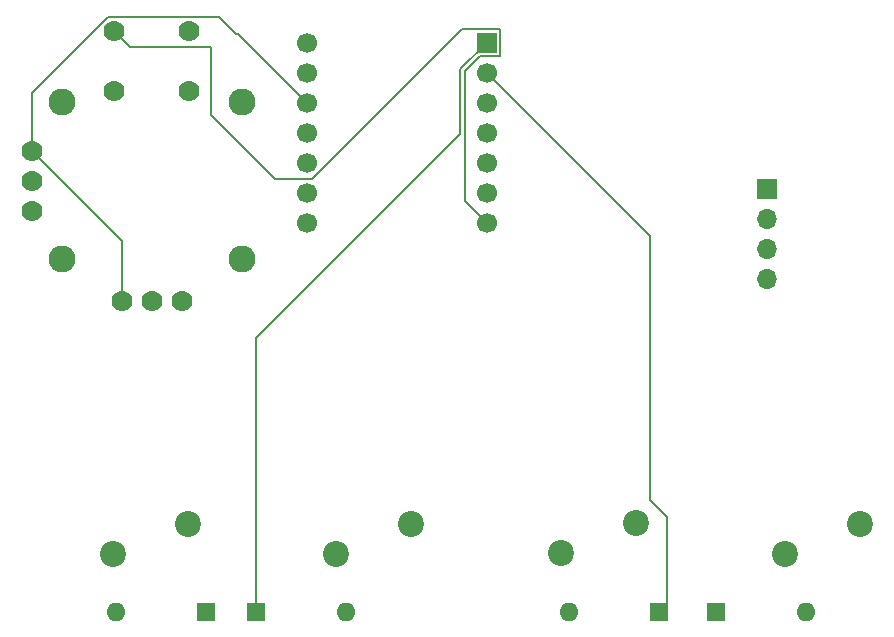
<source format=gbr>
%TF.GenerationSoftware,KiCad,Pcbnew,8.0.5-dirty*%
%TF.CreationDate,2024-10-19T17:10:18-04:00*%
%TF.ProjectId,rowanpad,726f7761-6e70-4616-942e-6b696361645f,rev?*%
%TF.SameCoordinates,Original*%
%TF.FileFunction,Copper,L2,Bot*%
%TF.FilePolarity,Positive*%
%FSLAX46Y46*%
G04 Gerber Fmt 4.6, Leading zero omitted, Abs format (unit mm)*
G04 Created by KiCad (PCBNEW 8.0.5-dirty) date 2024-10-19 17:10:18*
%MOMM*%
%LPD*%
G01*
G04 APERTURE LIST*
%TA.AperFunction,ComponentPad*%
%ADD10C,2.200000*%
%TD*%
%TA.AperFunction,ComponentPad*%
%ADD11R,1.600000X1.600000*%
%TD*%
%TA.AperFunction,ComponentPad*%
%ADD12O,1.600000X1.600000*%
%TD*%
%TA.AperFunction,ComponentPad*%
%ADD13R,1.700000X1.700000*%
%TD*%
%TA.AperFunction,ComponentPad*%
%ADD14O,1.700000X1.700000*%
%TD*%
%TA.AperFunction,ComponentPad*%
%ADD15C,1.778000*%
%TD*%
%TA.AperFunction,ComponentPad*%
%ADD16C,2.286000*%
%TD*%
%TA.AperFunction,ComponentPad*%
%ADD17C,1.700000*%
%TD*%
%TA.AperFunction,Conductor*%
%ADD18C,0.200000*%
%TD*%
G04 APERTURE END LIST*
D10*
%TO.P,SW1,1,1*%
%TO.N,Net-(D1-A)*%
X128570000Y-145040000D03*
%TO.P,SW1,2,2*%
%TO.N,/Column 1*%
X134920000Y-142500000D03*
%TD*%
D11*
%TO.P,D5,1,K*%
%TO.N,/Row 2*%
X179690000Y-150000000D03*
D12*
%TO.P,D5,2,A*%
%TO.N,Net-(D5-A)*%
X187310000Y-150000000D03*
%TD*%
D13*
%TO.P,J1,1,Pin_1*%
%TO.N,GND*%
X184000000Y-114190000D03*
D14*
%TO.P,J1,2,Pin_2*%
%TO.N,+5V*%
X184000000Y-116730000D03*
%TO.P,J1,3,Pin_3*%
%TO.N,/SCL*%
X184000000Y-119270000D03*
%TO.P,J1,4,Pin_4*%
%TO.N,/SDA*%
X184000000Y-121810000D03*
%TD*%
D11*
%TO.P,D1,1,K*%
%TO.N,/Row 1*%
X136500000Y-150000000D03*
D12*
%TO.P,D1,2,A*%
%TO.N,Net-(D1-A)*%
X128880000Y-150000000D03*
%TD*%
D15*
%TO.P,U2,B1A,SEL+*%
%TO.N,/Sel*%
X128705000Y-100741500D03*
%TO.P,U2,B1B*%
%TO.N,N/C*%
X135055000Y-100741500D03*
%TO.P,U2,B2A,SEL-*%
%TO.N,GND*%
X128705000Y-105821500D03*
%TO.P,U2,B2B*%
%TO.N,N/C*%
X135055000Y-105821500D03*
%TO.P,U2,H1,H+*%
%TO.N,VCC*%
X129340000Y-123601500D03*
%TO.P,U2,H2,H*%
%TO.N,/Horz*%
X131880000Y-123601500D03*
%TO.P,U2,H3,H-*%
%TO.N,GND*%
X134420000Y-123601500D03*
D16*
%TO.P,U2,MOUN*%
%TO.N,N/C*%
X124260000Y-106774000D03*
X124260000Y-120109000D03*
X139500000Y-106774000D03*
X139500000Y-120109000D03*
D15*
%TO.P,U2,V1,V+*%
%TO.N,VCC*%
X121720000Y-110901500D03*
%TO.P,U2,V2,V*%
%TO.N,/Vert*%
X121720000Y-113441500D03*
%TO.P,U2,V3,V-*%
%TO.N,GND*%
X121720000Y-115981500D03*
%TD*%
D11*
%TO.P,D2,1,K*%
%TO.N,/Row 1*%
X140690000Y-150000000D03*
D12*
%TO.P,D2,2,A*%
%TO.N,Net-(D2-A)*%
X148310000Y-150000000D03*
%TD*%
D10*
%TO.P,SW5,1,1*%
%TO.N,Net-(D5-A)*%
X185500000Y-145040000D03*
%TO.P,SW5,2,2*%
%TO.N,/Column 2*%
X191850000Y-142500000D03*
%TD*%
D11*
%TO.P,D4,1,K*%
%TO.N,/Row 2*%
X174810000Y-150000000D03*
D12*
%TO.P,D4,2,A*%
%TO.N,Net-(D4-A)*%
X167190000Y-150000000D03*
%TD*%
D10*
%TO.P,SW4,1,1*%
%TO.N,Net-(D4-A)*%
X166500000Y-145000000D03*
%TO.P,SW4,2,2*%
%TO.N,/Column 1*%
X172850000Y-142460000D03*
%TD*%
%TO.P,SW2,1,1*%
%TO.N,Net-(D2-A)*%
X147500000Y-145040000D03*
%TO.P,SW2,2,2*%
%TO.N,/Column 2*%
X153850000Y-142500000D03*
%TD*%
D13*
%TO.P,U1,1,PA02_A0_D0*%
%TO.N,/Row 1*%
X160250000Y-101760000D03*
D17*
%TO.P,U1,2,PA4_A1_D1*%
%TO.N,/Row 2*%
X160250000Y-104300000D03*
%TO.P,U1,3,PA10_A2_D2*%
%TO.N,unconnected-(U1-PA10_A2_D2-Pad3)*%
X160250000Y-106840000D03*
%TO.P,U1,4,PA11_A3_D3*%
%TO.N,/Horz*%
X160250000Y-109380000D03*
%TO.P,U1,5,PA8_A4_D4_SDA*%
%TO.N,/SDA*%
X160250000Y-111920000D03*
%TO.P,U1,6,PA9_A5_D5_SCL*%
%TO.N,/SCL*%
X160250000Y-114460000D03*
%TO.P,U1,7,PB08_A6_D6_TX*%
%TO.N,/Sel*%
X160250000Y-117000000D03*
%TO.P,U1,8,PB09_A7_D7_RX*%
%TO.N,/Vert*%
X145000000Y-117000000D03*
%TO.P,U1,9,PA7_A8_D8_SCK*%
%TO.N,/Column 1*%
X145000000Y-114460000D03*
%TO.P,U1,10,PA5_A9_D9_MISO*%
%TO.N,/Column 2*%
X145000000Y-111920000D03*
%TO.P,U1,11,PA6_A10_D10_MOSI*%
%TO.N,unconnected-(U1-PA6_A10_D10_MOSI-Pad11)*%
X145000000Y-109380000D03*
%TO.P,U1,12,3V3*%
%TO.N,VCC*%
X145000000Y-106840000D03*
%TO.P,U1,13,GND*%
%TO.N,GND*%
X145000000Y-104300000D03*
%TO.P,U1,14,5V*%
%TO.N,+5V*%
X145000000Y-101760000D03*
%TD*%
D18*
%TO.N,VCC*%
X145000000Y-106840000D02*
X139160000Y-101000000D01*
X139160000Y-101000000D02*
X139000000Y-101000000D01*
X139000000Y-101000000D02*
X137552500Y-99552500D01*
X137552500Y-99552500D02*
X128212500Y-99552500D01*
X128212500Y-99552500D02*
X121720000Y-106045000D01*
X121720000Y-106045000D02*
X121720000Y-110901500D01*
%TO.N,/Row 1*%
X160250000Y-101760000D02*
X158000000Y-104010000D01*
X158000000Y-104010000D02*
X158000000Y-109500000D01*
X158000000Y-109500000D02*
X140690000Y-126810000D01*
X140690000Y-126810000D02*
X140690000Y-150000000D01*
%TO.N,/Row 2*%
X174070000Y-118120000D02*
X174070000Y-140457056D01*
X160250000Y-104300000D02*
X174070000Y-118120000D01*
X174070000Y-140457056D02*
X175500000Y-141887056D01*
X175500000Y-149310000D02*
X174810000Y-150000000D01*
X175500000Y-141887056D02*
X175500000Y-149310000D01*
%TO.N,VCC*%
X121720000Y-110901500D02*
X129340000Y-118521500D01*
X129340000Y-118521500D02*
X129340000Y-123601500D01*
%TO.N,/Sel*%
X130072500Y-102109000D02*
X128705000Y-100741500D01*
X161400000Y-102910000D02*
X161400000Y-100610000D01*
X160250000Y-117000000D02*
X158400000Y-115150000D01*
X158400000Y-115150000D02*
X158400000Y-104175686D01*
X145476346Y-113310000D02*
X142310000Y-113310000D01*
X159665686Y-102910000D02*
X161400000Y-102910000D01*
X158400000Y-104175686D02*
X159665686Y-102910000D01*
X136875711Y-107875711D02*
X136875711Y-102109000D01*
X142310000Y-113310000D02*
X136875711Y-107875711D01*
X136875711Y-102109000D02*
X130072500Y-102109000D01*
X158176346Y-100610000D02*
X145476346Y-113310000D01*
X161400000Y-100610000D02*
X158176346Y-100610000D01*
%TD*%
M02*

</source>
